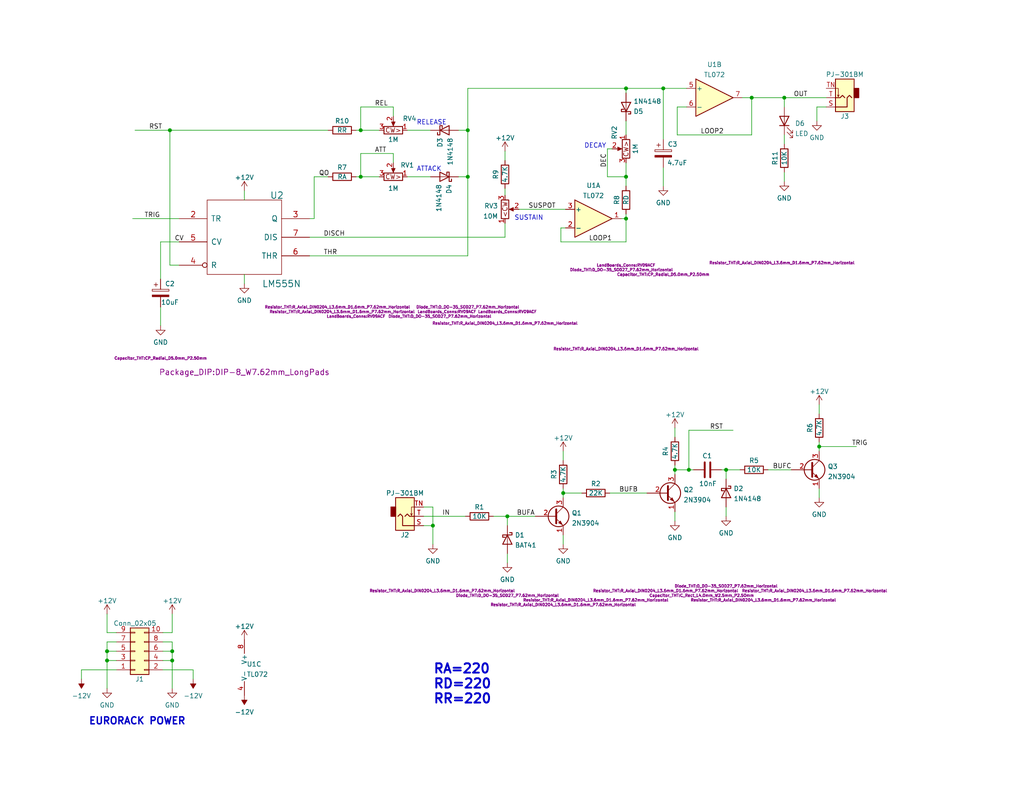
<source format=kicad_sch>
(kicad_sch (version 20211123) (generator eeschema)
  (paper "A")
  (title_block (date "2022-11-03") (rev "1") (comment 1 "The Fastest Envelope in the West") (comment 2 "https://www.schmitzbits.de/adsr.html"))
  (lib_symbols
    (symbol "Amplifier_Operational:TL072" (pin_names (offset 0.127))
      (property "Reference" "U" (at 0 5.08 0))
      (property "Value" "TL072" (at 0 -5.08 0))
      (symbol "TL072_1_1"
        (polyline (pts (xy -5.08 5.08) (xy 5.08 0) (xy -5.08 -5.08) (xy -5.08 5.08)) (stroke (width 0.254)) (fill (type background)))
        (pin output line (at 7.62 0 180) (length 2.54) (name "~") (number "1"))
        (pin input line (at -7.62 -2.54 0) (length 2.54) (name "-") (number "2"))
        (pin input line (at -7.62 2.54 0) (length 2.54) (name "+") (number "3"))
      )
      (symbol "TL072_2_1"
        (polyline (pts (xy -5.08 5.08) (xy 5.08 0) (xy -5.08 -5.08) (xy -5.08 5.08)) (stroke (width 0.254)) (fill (type background)))
        (pin input line (at -7.62 2.54 0) (length 2.54) (name "+") (number "5"))
        (pin input line (at -7.62 -2.54 0) (length 2.54) (name "-") (number "6"))
        (pin output line (at 7.62 0 180) (length 2.54) (name "~") (number "7"))
      )
      (symbol "TL072_3_1"
        (pin power_in line (at -2.54 -7.62 90) (length 3.81) (name "V-") (number "4"))
        (pin power_in line (at -2.54 7.62 270) (length 3.81) (name "V+") (number "8"))
      )
    )
    (symbol "Connector:AudioJack2_SwitchT"
      (property "Reference" "J" (at 0 8.89 0))
      (property "Value" "AudioJack2_SwitchT" (at 0 6.35 0))
      (symbol "AudioJack2_SwitchT_0_1"
        (rectangle (start -2.54 0) (end -3.81 -2.54) (stroke (width 0.254)) (fill (type outline)))
        (polyline (pts (xy 1.778 -0.254) (xy 2.032 -0.762)))
        (polyline (pts (xy 0 0) (xy 0.635 -0.635) (xy 1.27 0) (xy 2.54 0)) (stroke (width 0.254)))
        (polyline (pts (xy 2.54 -2.54) (xy 1.778 -2.54) (xy 1.778 -0.254) (xy 1.524 -0.762)))
        (polyline (pts (xy 2.54 2.54) (xy -0.635 2.54) (xy -0.635 0) (xy -1.27 -0.635) (xy -1.905 0)) (stroke (width 0.254)))
        (rectangle (start 2.54 3.81) (end -2.54 -5.08) (stroke (width 0.254)) (fill (type background)))
      )
      (symbol "AudioJack2_SwitchT_1_1"
        (pin passive line (at 5.08 2.54 180) (length 2.54) (name "~") (number "S"))
        (pin passive line (at 5.08 0 180) (length 2.54) (name "~") (number "T"))
        (pin passive line (at 5.08 -2.54 180) (length 2.54) (name "~") (number "TN"))
      )
    )
    (symbol "Connector_Generic:Conn_02x05_Odd_Even" (pin_names (offset 1.016) hide)
      (property "Reference" "J" (at 1.27 7.62 0))
      (property "Value" "Conn_02x05_Odd_Even" (at 1.27 -7.62 0))
      (symbol "Conn_02x05_Odd_Even_1_1"
        (rectangle (start -1.27 -4.953) (end 0 -5.207) (stroke (width 0.1524)))
        (rectangle (start -1.27 -2.413) (end 0 -2.667) (stroke (width 0.1524)))
        (rectangle (start -1.27 0.127) (end 0 -0.127) (stroke (width 0.1524)))
        (rectangle (start -1.27 2.667) (end 0 2.413) (stroke (width 0.1524)))
        (rectangle (start -1.27 5.207) (end 0 4.953) (stroke (width 0.1524)))
        (rectangle (start -1.27 6.35) (end 3.81 -6.35) (stroke (width 0.254)) (fill (type background)))
        (rectangle (start 3.81 -4.953) (end 2.54 -5.207) (stroke (width 0.1524)))
        (rectangle (start 3.81 -2.413) (end 2.54 -2.667) (stroke (width 0.1524)))
        (rectangle (start 3.81 0.127) (end 2.54 -0.127) (stroke (width 0.1524)))
        (rectangle (start 3.81 2.667) (end 2.54 2.413) (stroke (width 0.1524)))
        (rectangle (start 3.81 5.207) (end 2.54 4.953) (stroke (width 0.1524)))
        (pin passive line (at -5.08 5.08 0) (length 3.81) (name "Pin_1") (number "1"))
        (pin passive line (at 7.62 -5.08 180) (length 3.81) (name "Pin_10") (number "10"))
        (pin passive line (at 7.62 5.08 180) (length 3.81) (name "Pin_2") (number "2"))
        (pin passive line (at -5.08 2.54 0) (length 3.81) (name "Pin_3") (number "3"))
        (pin passive line (at 7.62 2.54 180) (length 3.81) (name "Pin_4") (number "4"))
        (pin passive line (at -5.08 0 0) (length 3.81) (name "Pin_5") (number "5"))
        (pin passive line (at 7.62 0 180) (length 3.81) (name "Pin_6") (number "6"))
        (pin passive line (at -5.08 -2.54 0) (length 3.81) (name "Pin_7") (number "7"))
        (pin passive line (at 7.62 -2.54 180) (length 3.81) (name "Pin_8") (number "8"))
        (pin passive line (at -5.08 -5.08 0) (length 3.81) (name "Pin_9") (number "9"))
      )
    )
    (symbol "Device:C" (pin_numbers hide) (pin_names (offset 0.254))
      (property "Reference" "C" (at 0.635 2.54 0))
      (property "Value" "C" (at 0.635 -2.54 0))
      (symbol "C_0_1"
        (polyline (pts (xy -2.032 -0.762) (xy 2.032 -0.762)) (stroke (width 0.508)))
        (polyline (pts (xy -2.032 0.762) (xy 2.032 0.762)) (stroke (width 0.508)))
      )
      (symbol "C_1_1"
        (pin passive line (at 0 3.81 270) (length 2.794) (name "~") (number "1"))
        (pin passive line (at 0 -3.81 90) (length 2.794) (name "~") (number "2"))
      )
    )
    (symbol "Device:C_Polarized" (pin_numbers hide) (pin_names (offset 0.254))
      (property "Reference" "C" (at 0.635 2.54 0))
      (property "Value" "C_Polarized" (at 0.635 -2.54 0))
      (symbol "C_Polarized_0_1"
        (rectangle (start -2.286 0.508) (end 2.286 1.016))
        (polyline (pts (xy -1.778 2.286) (xy -0.762 2.286)))
        (polyline (pts (xy -1.27 2.794) (xy -1.27 1.778)))
        (rectangle (start 2.286 -0.508) (end -2.286 -1.016) (fill (type outline)))
      )
      (symbol "C_Polarized_1_1"
        (pin passive line (at 0 3.81 270) (length 2.794) (name "~") (number "1"))
        (pin passive line (at 0 -3.81 90) (length 2.794) (name "~") (number "2"))
      )
    )
    (symbol "Device:D_Schottky" (pin_numbers hide) (pin_names (offset 1.016) hide)
      (property "Reference" "D" (at 0 2.54 0))
      (property "Value" "D_Schottky" (at 0 -2.54 0))
      (symbol "D_Schottky_0_1"
        (polyline (pts (xy 1.27 0) (xy -1.27 0)))
        (polyline (pts (xy 1.27 1.27) (xy 1.27 -1.27) (xy -1.27 0) (xy 1.27 1.27)) (stroke (width 0.254)))
        (polyline (pts (xy -1.905 0.635) (xy -1.905 1.27) (xy -1.27 1.27) (xy -1.27 -1.27) (xy -0.635 -1.27) (xy -0.635 -0.635)) (stroke (width 0.254)))
      )
      (symbol "D_Schottky_1_1"
        (pin passive line (at -3.81 0 0) (length 2.54) (name "K") (number "1"))
        (pin passive line (at 3.81 0 180) (length 2.54) (name "A") (number "2"))
      )
    )
    (symbol "Device:LED" (pin_numbers hide) (pin_names (offset 1.016) hide)
      (property "Reference" "D" (at 0 2.54 0))
      (property "Value" "LED" (at 0 -2.54 0))
      (symbol "LED_0_1"
        (polyline (pts (xy -1.27 -1.27) (xy -1.27 1.27)) (stroke (width 0.254)))
        (polyline (pts (xy -1.27 0) (xy 1.27 0)))
        (polyline (pts (xy 1.27 -1.27) (xy 1.27 1.27) (xy -1.27 0) (xy 1.27 -1.27)) (stroke (width 0.254)))
        (polyline (pts (xy -3.048 -0.762) (xy -4.572 -2.286) (xy -3.81 -2.286) (xy -4.572 -2.286) (xy -4.572 -1.524)))
        (polyline (pts (xy -1.778 -0.762) (xy -3.302 -2.286) (xy -2.54 -2.286) (xy -3.302 -2.286) (xy -3.302 -1.524)))
      )
      (symbol "LED_1_1"
        (pin passive line (at -3.81 0 0) (length 2.54) (name "K") (number "1"))
        (pin passive line (at 3.81 0 180) (length 2.54) (name "A") (number "2"))
      )
    )
    (symbol "Device:R" (pin_numbers hide) (pin_names (offset 0))
      (property "Reference" "R" (at 2.032 0 90))
      (property "Value" "R" (at 0 0 90))
      (symbol "R_0_1"
        (rectangle (start -1.016 -2.54) (end 1.016 2.54) (stroke (width 0.254)))
      )
      (symbol "R_1_1"
        (pin passive line (at 0 3.81 270) (length 1.27) (name "~") (number "1"))
        (pin passive line (at 0 -3.81 90) (length 1.27) (name "~") (number "2"))
      )
    )
    (symbol "LandBoards_Conns:R_Pot_CW" (pin_names (offset 1.016) hide)
      (property "Reference" "RV" (at -1.27 1.27 0))
      (property "Value" "R_Pot_CW" (at -1.27 -1.27 0))
      (symbol "R_Pot_CW_0_0"
        (text "CW>" (at 0 0 900) (effects (font (size 1.27 1.27))))
      )
      (symbol "R_Pot_CW_0_1"
        (polyline (pts (xy 2.54 0) (xy 1.524 0)))
        (polyline (pts (xy 1.143 0) (xy 2.286 0.508) (xy 2.286 -0.508) (xy 1.143 0)) (fill (type outline)))
        (rectangle (start 1.016 2.54) (end -1.016 -2.54) (stroke (width 0.254)))
      )
      (symbol "R_Pot_CW_1_1"
        (pin passive line (at 0 3.81 270) (length 1.27) (name "1") (number "1"))
        (pin passive line (at 3.81 0 180) (length 1.27) (name "2") (number "2"))
        (pin passive line (at 0 -3.81 90) (length 1.27) (name "3") (number "3"))
      )
    )
    (symbol "LandBoards_Conns:R_Pot_CW_PIN3UP" (pin_names (offset 1.016) hide)
      (property "Reference" "RV" (at -1.27 1.27 0))
      (property "Value" "R_Pot_CW_PIN3UP" (at -1.27 -1.27 0))
      (symbol "R_Pot_CW_PIN3UP_0_0"
        (text "<CW" (at 0 0 900) (effects (font (size 1.27 1.27))))
      )
      (symbol "R_Pot_CW_PIN3UP_0_1"
        (polyline (pts (xy 2.54 0) (xy 1.524 0)))
        (polyline (pts (xy 1.143 0) (xy 2.286 0.508) (xy 2.286 -0.508) (xy 1.143 0)) (fill (type outline)))
        (rectangle (start 1.016 2.54) (end -1.016 -2.54) (stroke (width 0.254)))
      )
      (symbol "R_Pot_CW_PIN3UP_1_1"
        (pin passive line (at 0 -3.81 90) (length 1.27) (name "1") (number "1"))
        (pin passive line (at 3.81 0 180) (length 1.27) (name "2") (number "2"))
        (pin passive line (at 0 3.81 270) (length 1.27) (name "3") (number "3"))
      )
    )
    (symbol "LandBoards_Semis:LM555N" (pin_names (offset 1.016))
      (property "Reference" "U" (at 0 2.54 0))
      (property "Value" "LM555N" (at 0 -2.54 0))
      (symbol "LM555N_0_0"
        (pin power_in line (at 0 -10.16 90) (length 0) hide (name "GND") (number "1"))
        (pin power_in line (at 0 10.16 270) (length 0) hide (name "VCC") (number "8"))
      )
      (symbol "LM555N_0_1"
        (rectangle (start -10.16 -10.16) (end 10.16 10.16))
      )
      (symbol "LM555N_1_1"
        (pin input line (at -17.78 5.08 0) (length 7.62) (name "TR") (number "2"))
        (pin output line (at 17.78 5.08 180) (length 7.62) (name "Q") (number "3"))
        (pin input inverted (at -17.78 -7.62 0) (length 7.62) (name "R") (number "4"))
        (pin input line (at -17.78 -1.27 0) (length 7.62) (name "CV") (number "5"))
        (pin input line (at 17.78 -5.08 180) (length 7.62) (name "THR") (number "6"))
        (pin input line (at 17.78 0 180) (length 7.62) (name "DIS") (number "7"))
      )
    )
    (symbol "Transistor_BJT:2N3904" (pin_names (offset 0) hide)
      (property "Reference" "Q" (at 5.08 1.905 0))
      (property "Value" "2N3904" (at 5.08 0 0))
      (symbol "2N3904_0_1"
        (polyline (pts (xy 0.635 0.635) (xy 2.54 2.54)))
        (polyline (pts (xy 0.635 -0.635) (xy 2.54 -2.54) (xy 2.54 -2.54)))
        (polyline (pts (xy 0.635 1.905) (xy 0.635 -1.905) (xy 0.635 -1.905)) (stroke (width 0.508)))
        (polyline (pts (xy 1.27 -1.778) (xy 1.778 -1.27) (xy 2.286 -2.286) (xy 1.27 -1.778) (xy 1.27 -1.778)) (fill (type outline)))
        (circle (center 1.27 0) (radius 2.8194) (stroke (width 0.254)))
      )
      (symbol "2N3904_1_1"
        (pin passive line (at 2.54 -5.08 90) (length 2.54) (name "E") (number "1"))
        (pin passive line (at -5.08 0 0) (length 5.715) (name "B") (number "2"))
        (pin passive line (at 2.54 5.08 270) (length 2.54) (name "C") (number "3"))
      )
    )
    (symbol "power:+12V" (power) (pin_names (offset 0))
      (property "Value" "+12V" (at 0 3.556 0))
      (symbol "+12V_0_1"
        (polyline (pts (xy -0.762 1.27) (xy 0 2.54)))
        (polyline (pts (xy 0 0) (xy 0 2.54)))
        (polyline (pts (xy 0 2.54) (xy 0.762 1.27)))
      )
      (symbol "+12V_1_1"
        (pin power_in line (at 0 0 90) (length 0) hide (name "+12V") (number "1"))
      )
    )
    (symbol "power:-12V" (power) (pin_names (offset 0))
      (property "Value" "-12V" (at 0 3.81 0))
      (symbol "-12V_0_0"
        (pin power_in line (at 0 0 90) (length 0) hide (name "-12V") (number "1"))
      )
      (symbol "-12V_0_1"
        (polyline (pts (xy 0 0) (xy 0 1.27) (xy 0.762 1.27) (xy 0 2.54) (xy -0.762 1.27) (xy 0 1.27)) (fill (type outline)))
      )
    )
    (symbol "power:GND" (power) (pin_names (offset 0))
      (property "Value" "GND" (at 0 -3.81 0))
      (symbol "GND_0_1"
        (polyline (pts (xy 0 0) (xy 0 -1.27) (xy 1.27 -1.27) (xy 0 -2.54) (xy -1.27 -1.27) (xy 0 -1.27)))
      )
      (symbol "GND_1_1"
        (pin power_in line (at 0 0 270) (length 0) hide (name "GND") (number "1"))
      )
    )
  )
  (junction (at 170.815 24.13))
  (junction (at 127.635 35.56))
  (junction (at 98.425 35.56))
  (junction (at 170.815 59.69))
  (junction (at 46.355 35.56))
  (junction (at 170.815 48.26))
  (junction (at 198.12 128.27))
  (junction (at 46.99 180.34))
  (junction (at 118.11 143.51))
  (junction (at 98.425 48.26))
  (junction (at 127.635 48.26))
  (junction (at 138.43 140.97))
  (junction (at 184.15 128.27))
  (junction (at 187.96 128.27))
  (junction (at 29.21 180.34))
  (junction (at 223.52 121.92))
  (junction (at 46.99 177.8))
  (junction (at 213.995 26.67))
  (junction (at 153.67 134.62))
  (junction (at 180.975 24.13))
  (junction (at 29.21 177.8))
  (junction (at 205.105 26.67))
  (wire (pts (xy 29.21 180.34) (xy 31.75 180.34)))
  (wire (pts (xy 165.735 40.64) (xy 167.005 40.64)))
  (wire (pts (xy 29.21 177.8) (xy 31.75 177.8)))
  (wire (pts (xy 98.425 35.56) (xy 98.425 29.21)))
  (wire (pts (xy 44.45 182.88) (xy 52.705 182.88)))
  (wire (pts (xy 29.21 175.26) (xy 29.21 177.8)))
  (wire (pts (xy 31.75 175.26) (xy 29.21 175.26)))
  (wire (pts (xy 125.095 35.56) (xy 127.635 35.56)))
  (wire (pts (xy 170.815 48.26) (xy 165.735 48.26)))
  (wire (pts (xy 84.455 59.69) (xy 85.725 59.69)))
  (wire (pts (xy 225.425 29.21) (xy 222.885 29.21)))
  (wire (pts (xy 170.815 66.04) (xy 170.815 59.69)))
  (wire (pts (xy 66.675 52.07) (xy 66.675 54.61)))
  (wire (pts (xy 107.315 29.21) (xy 107.315 31.75)))
  (wire (pts (xy 198.12 128.27) (xy 198.12 130.81)))
  (wire (pts (xy 154.305 62.23) (xy 153.035 62.23)))
  (wire (pts (xy 184.15 116.84) (xy 184.15 119.38)))
  (wire (pts (xy 137.795 41.275) (xy 137.795 43.815)))
  (wire (pts (xy 111.125 48.26) (xy 117.475 48.26)))
  (wire (pts (xy 127.635 35.56) (xy 127.635 48.26)))
  (wire (pts (xy 213.995 26.67) (xy 225.425 26.67)))
  (wire (pts (xy 127.635 48.26) (xy 125.095 48.26)))
  (wire (pts (xy 180.975 45.72) (xy 180.975 50.8)))
  (wire (pts (xy 223.52 110.49) (xy 223.52 113.03)))
  (wire (pts (xy 138.43 151.13) (xy 138.43 153.67)))
  (wire (pts (xy 170.815 24.13) (xy 127.635 24.13)))
  (wire (pts (xy 107.315 41.91) (xy 107.315 44.45)))
  (wire (pts (xy 223.52 120.65) (xy 223.52 121.92)))
  (wire (pts (xy 153.67 134.62) (xy 158.75 134.62)))
  (wire (pts (xy 46.99 177.8) (xy 46.99 180.34)))
  (wire (pts (xy 198.12 128.27) (xy 201.93 128.27)))
  (wire (pts (xy 36.195 59.69) (xy 48.895 59.69)))
  (wire (pts (xy 118.11 138.43) (xy 118.11 143.51)))
  (wire (pts (xy 223.52 121.92) (xy 223.52 123.19)))
  (wire (pts (xy 176.53 134.62) (xy 166.37 134.62)))
  (wire (pts (xy 43.815 76.2) (xy 43.815 66.04)))
  (wire (pts (xy 98.425 48.26) (xy 98.425 41.91)))
  (wire (pts (xy 98.425 35.56) (xy 103.505 35.56)))
  (wire (pts (xy 180.975 24.13) (xy 170.815 24.13)))
  (wire (pts (xy 98.425 29.21) (xy 107.315 29.21)))
  (wire (pts (xy 46.99 167.64) (xy 46.99 172.72)))
  (wire (pts (xy 98.425 41.91) (xy 107.315 41.91)))
  (wire (pts (xy 134.62 140.97) (xy 138.43 140.97)))
  (wire (pts (xy 84.455 69.85) (xy 127.635 69.85)))
  (wire (pts (xy 187.325 29.21) (xy 184.785 29.21)))
  (wire (pts (xy 184.785 36.83) (xy 205.105 36.83)))
  (wire (pts (xy 85.725 59.69) (xy 85.725 48.26)))
  (wire (pts (xy 22.225 182.88) (xy 22.225 185.42)))
  (wire (pts (xy 153.67 134.62) (xy 153.67 135.89)))
  (wire (pts (xy 98.425 48.26) (xy 97.155 48.26)))
  (wire (pts (xy 31.75 182.88) (xy 22.225 182.88)))
  (wire (pts (xy 196.85 128.27) (xy 198.12 128.27)))
  (wire (pts (xy 127.635 48.26) (xy 127.635 69.85)))
  (wire (pts (xy 84.455 64.77) (xy 137.795 64.77)))
  (wire (pts (xy 184.785 29.21) (xy 184.785 36.83)))
  (wire (pts (xy 138.43 140.97) (xy 138.43 143.51)))
  (wire (pts (xy 198.12 138.43) (xy 198.12 140.97)))
  (wire (pts (xy 205.105 26.67) (xy 213.995 26.67)))
  (wire (pts (xy 205.105 36.83) (xy 205.105 26.67)))
  (wire (pts (xy 137.795 60.96) (xy 137.795 64.77)))
  (wire (pts (xy 187.96 128.27) (xy 189.23 128.27)))
  (wire (pts (xy 115.57 140.97) (xy 127 140.97)))
  (wire (pts (xy 154.305 57.15) (xy 141.605 57.15)))
  (wire (pts (xy 205.105 26.67) (xy 202.565 26.67)))
  (wire (pts (xy 98.425 35.56) (xy 97.155 35.56)))
  (wire (pts (xy 66.675 74.93) (xy 66.675 77.47)))
  (wire (pts (xy 184.15 127) (xy 184.15 128.27)))
  (wire (pts (xy 222.885 29.21) (xy 222.885 33.02)))
  (wire (pts (xy 46.99 180.34) (xy 46.99 187.96)))
  (wire (pts (xy 187.96 117.475) (xy 200.025 117.475)))
  (wire (pts (xy 29.21 177.8) (xy 29.21 180.34)))
  (wire (pts (xy 170.815 44.45) (xy 170.815 48.26)))
  (wire (pts (xy 170.815 48.26) (xy 170.815 50.8)))
  (wire (pts (xy 170.815 58.42) (xy 170.815 59.69)))
  (wire (pts (xy 153.035 62.23) (xy 153.035 66.04)))
  (wire (pts (xy 118.11 143.51) (xy 118.11 148.59)))
  (wire (pts (xy 153.67 123.19) (xy 153.67 125.73)))
  (wire (pts (xy 153.67 133.35) (xy 153.67 134.62)))
  (wire (pts (xy 52.705 182.88) (xy 52.705 185.42)))
  (wire (pts (xy 46.355 35.56) (xy 46.355 72.39)))
  (wire (pts (xy 36.83 35.56) (xy 46.355 35.56)))
  (wire (pts (xy 187.325 24.13) (xy 180.975 24.13)))
  (wire (pts (xy 138.43 140.97) (xy 146.05 140.97)))
  (wire (pts (xy 85.725 48.26) (xy 89.535 48.26)))
  (wire (pts (xy 29.21 180.34) (xy 29.21 187.96)))
  (wire (pts (xy 29.21 167.64) (xy 29.21 172.72)))
  (wire (pts (xy 118.11 143.51) (xy 115.57 143.51)))
  (wire (pts (xy 44.45 177.8) (xy 46.99 177.8)))
  (wire (pts (xy 137.795 51.435) (xy 137.795 53.34)))
  (wire (pts (xy 44.45 180.34) (xy 46.99 180.34)))
  (wire (pts (xy 115.57 138.43) (xy 118.11 138.43)))
  (wire (pts (xy 43.815 83.82) (xy 43.815 88.9)))
  (wire (pts (xy 180.975 24.13) (xy 180.975 38.1)))
  (wire (pts (xy 170.815 59.69) (xy 169.545 59.69)))
  (wire (pts (xy 213.995 46.99) (xy 213.995 49.53)))
  (wire (pts (xy 184.15 128.27) (xy 187.96 128.27)))
  (wire (pts (xy 213.995 26.67) (xy 213.995 29.21)))
  (wire (pts (xy 165.735 48.26) (xy 165.735 40.64)))
  (wire (pts (xy 153.67 146.05) (xy 153.67 148.59)))
  (wire (pts (xy 31.75 172.72) (xy 29.21 172.72)))
  (wire (pts (xy 46.355 35.56) (xy 89.535 35.56)))
  (wire (pts (xy 213.995 39.37) (xy 213.995 36.83)))
  (wire (pts (xy 233.68 121.92) (xy 223.52 121.92)))
  (wire (pts (xy 44.45 172.72) (xy 46.99 172.72)))
  (wire (pts (xy 170.815 24.13) (xy 170.815 25.4)))
  (wire (pts (xy 111.125 35.56) (xy 117.475 35.56)))
  (wire (pts (xy 215.9 128.27) (xy 209.55 128.27)))
  (wire (pts (xy 98.425 48.26) (xy 103.505 48.26)))
  (wire (pts (xy 46.355 72.39) (xy 48.895 72.39)))
  (wire (pts (xy 187.96 128.27) (xy 187.96 117.475)))
  (wire (pts (xy 170.815 33.02) (xy 170.815 36.83)))
  (wire (pts (xy 43.815 66.04) (xy 48.895 66.04)))
  (wire (pts (xy 44.45 175.26) (xy 46.99 175.26)))
  (wire (pts (xy 223.52 133.35) (xy 223.52 135.89)))
  (wire (pts (xy 46.99 175.26) (xy 46.99 177.8)))
  (wire (pts (xy 184.15 139.7) (xy 184.15 142.24)))
  (wire (pts (xy 184.15 128.27) (xy 184.15 129.54)))
  (wire (pts (xy 127.635 24.13) (xy 127.635 35.56)))
  (wire (pts (xy 153.035 66.04) (xy 170.815 66.04)))
  (text "DECAY" (at 159.385 40.64 0) (effects (font (size 1.27 1.27)) (justify left bottom)))
  (text "EURORACK POWER" (at 24.13 198.12 0) (effects (font (size 1.905 1.905) (thickness 0.381) bold) (justify left bottom)))
  (text "RA=220\nRD=220\nRR=220" (at 118.11 192.405 0) (effects (font (size 2.54 2.54) (thickness 0.508) bold) (justify left bottom)))
  (text "ATTACK" (at 113.665 46.99 0) (effects (font (size 1.27 1.27)) (justify left bottom)))
  (text "RELEASE" (at 113.665 34.29 0) (effects (font (size 1.27 1.27)) (justify left bottom)))
  (text "SUSTAIN" (at 140.335 60.325 0) (effects (font (size 1.27 1.27)) (justify left bottom)))
  (label "BUFB" (at 168.91 134.62 0))
  (label "LOOP1" (at 160.655 66.04 0))
  (label "LOOP2" (at 191.135 36.83 0))
  (label "BUFC" (at 210.82 128.27 0))
  (label "OUT" (at 216.535 26.67 0))
  (label "THR" (at 88.265 69.85 0))
  (label "QO" (at 86.995 48.26 0))
  (label "CV" (at 47.625 66.04 0))
  (label "REL" (at 102.235 29.21 0))
  (label "TRIG" (at 39.37 59.69 0))
  (label "SUSPOT" (at 144.145 57.15 0))
  (label "TRIG" (at 232.41 121.92 0))
  (label "BUFA" (at 140.97 140.97 0))
  (label "RST" (at 40.64 35.56 0))
  (label "DISCH" (at 88.265 64.77 0))
  (label "DEC" (at 165.735 45.72 90))
  (label "IN" (at 120.65 140.97 0))
  (label "ATT" (at 102.235 41.91 0))
  (label "RST" (at 193.675 117.475 0))
  (symbol (lib_id "power:+12V") (at 153.67 123.19 0) (unit 1)
    (property "Reference" "#PWR0110" (effects hide))
    (property "Value" "+12V" (at 153.67 119.5855 0))
  )
  (symbol (lib_id "power:GND") (at 43.815 88.9 0) (unit 1)
    (property "Reference" "#PWR0115" (effects hide))
    (property "Value" "GND" (at 43.815 93.4625 0))
  )
  (symbol (lib_id "power:+12V") (at 223.52 110.49 0) (unit 1)
    (property "Reference" "#PWR0113" (effects hide))
    (property "Value" "+12V" (at 223.52 106.8855 0))
  )
  (symbol (lib_id "power:GND") (at 153.67 148.59 0) (unit 1)
    (property "Reference" "#PWR0111" (effects hide))
    (property "Value" "GND" (at 153.67 153.1525 0))
  )
  (symbol (lib_id "power:-12V") (at 22.225 185.42 180) (unit 1)
    (property "Reference" "#PWR0105" (effects hide))
    (property "Value" "-12V" (at 22.225 189.9825 0))
  )
  (symbol (lib_id "Device:LED") (at 213.995 33.02 90) (unit 1)
    (property "Reference" "D6" (at 216.916 33.699 90) (effects (justify right)))
    (property "Value" "LED" (at 216.916 36.4741 90) (effects (justify right)))
    (property "Footprint" "LED_THT:LED_D5.0mm" (effects hide))
  )
  (symbol (lib_id "Device:R") (at 93.345 48.26 90) (unit 1)
    (property "Reference" "R7" (at 93.345 45.72 90))
    (property "Value" "RA" (at 93.345 48.26 90))
    (property "Footprint" "Resistor_THT:R_Axial_DIN0204_L3.6mm_D1.6mm_P7.62mm_Horizontal" (at 93.345 85.09 90) (effects (font (size 0.762 0.762))))
  )
  (symbol (lib_id "Transistor_BJT:2N3904") (at 220.98 128.27 0) (unit 1)
    (property "Reference" "Q3" (at 225.8313 127.3615 0) (effects (justify left)))
    (property "Value" "2N3904" (at 225.8313 130.1366 0) (effects (justify left)))
    (property "Footprint" "Package_TO_SOT_THT:TO-92_Inline" (effects hide))
    (property "Datasheet" "https://www.onsemi.com/pub/Collateral/2N3903-D.PDF" (effects hide))
  )
  (symbol (lib_id "power:GND") (at 180.975 50.8 0) (unit 1)
    (property "Reference" "#PWR0117" (effects hide))
    (property "Value" "GND" (at 180.975 55.3625 0))
  )
  (symbol (lib_id "Transistor_BJT:2N3904") (at 151.13 140.97 0) (unit 1)
    (property "Reference" "Q1" (at 155.9813 140.0615 0) (effects (justify left)))
    (property "Value" "2N3904" (at 155.9813 142.8366 0) (effects (justify left)))
    (property "Footprint" "Package_TO_SOT_THT:TO-92_Inline" (effects hide))
    (property "Datasheet" "https://www.onsemi.com/pub/Collateral/2N3903-D.PDF" (effects hide))
  )
  (symbol (lib_id "Device:R") (at 93.345 35.56 90) (unit 1)
    (property "Reference" "R10" (at 93.345 33.02 90))
    (property "Value" "RR" (at 93.345 35.56 90))
    (property "Footprint" "Resistor_THT:R_Axial_DIN0204_L3.6mm_D1.6mm_P7.62mm_Horizontal" (at 92.075 83.82 90) (effects (font (size 0.762 0.762))))
  )
  (symbol (lib_id "Device:R") (at 205.74 128.27 90) (unit 1)
    (property "Reference" "R5" (at 205.74 125.73 90))
    (property "Value" "10K" (at 205.74 128.27 90))
    (property "Footprint" "Resistor_THT:R_Axial_DIN0204_L3.6mm_D1.6mm_P7.62mm_Horizontal" (at 208.28 163.83 90) (effects (font (size 0.762 0.762))))
  )
  (symbol (lib_id "power:+12V") (at 29.21 167.64 0) (unit 1)
    (property "Reference" "#PWR0101" (effects hide))
    (property "Value" "+12V" (at 29.21 164.0355 0))
  )
  (symbol (lib_id "Device:D_Schottky") (at 138.43 147.32 270) (unit 1)
    (property "Reference" "D1" (at 140.462 146.094 90) (effects (justify left)))
    (property "Value" "BAT41" (at 140.462 148.8691 90) (effects (justify left)))
    (property "Footprint" "Diode_THT:D_DO-35_SOD27_P7.62mm_Horizontal" (at 138.43 162.56 90) (effects (font (size 0.762 0.762))))
  )
  (symbol (lib_id "power:+12V") (at 46.99 167.64 0) (unit 1)
    (property "Reference" "#PWR0106" (effects hide))
    (property "Value" "+12V" (at 46.99 164.0355 0))
  )
  (symbol (lib_id "Amplifier_Operational:TL072") (at 69.215 182.245 0) (unit 3)
    (property "Reference" "U1" (at 67.31 181.3365 0) (effects (justify left)))
    (property "Value" "TL072" (at 67.31 184.1116 0) (effects (justify left)))
    (property "Footprint" "Package_DIP:DIP-8_W7.62mm" (effects hide))
    (property "Datasheet" "https://store.synthrotek.com/TL072P-Op-Amp_p_418.html" (effects hide))
  )
  (symbol (lib_id "Device:R") (at 223.52 116.84 180) (unit 1)
    (property "Reference" "R6" (at 220.98 116.84 90))
    (property "Value" "4.7K" (at 223.52 116.84 90))
    (property "Footprint" "Resistor_THT:R_Axial_DIN0204_L3.6mm_D1.6mm_P7.62mm_Horizontal" (at 222.25 161.29 0) (effects (font (size 0.762 0.762))))
  )
  (symbol (lib_id "power:GND") (at 118.11 148.59 0) (unit 1)
    (property "Reference" "#PWR0107" (effects hide))
    (property "Value" "GND" (at 118.11 153.1525 0))
  )
  (symbol (lib_id "Device:C_Polarized") (at 180.975 41.91 0) (unit 1)
    (property "Reference" "C3" (at 183.515 39.37 0))
    (property "Value" "4.7uF" (at 184.785 44.45 0))
    (property "Footprint" "Capacitor_THT:CP_Radial_D5.0mm_P2.50mm" (at 180.975 74.93 0) (effects (font (size 0.762 0.762))))
  )
  (symbol (lib_id "power:+12V") (at 137.795 41.275 0) (unit 1)
    (property "Reference" "#PWR0122" (effects hide))
    (property "Value" "+12V" (at 137.795 37.6705 0))
  )
  (symbol (lib_id "power:+12V") (at 66.675 52.07 0) (unit 1)
    (property "Reference" "#PWR0121" (effects hide))
    (property "Value" "+12V" (at 66.675 48.4655 0))
  )
  (symbol (lib_id "Device:R") (at 184.15 123.19 180) (unit 1)
    (property "Reference" "R4" (at 181.61 123.19 90))
    (property "Value" "4.7K" (at 184.15 123.19 90))
    (property "Footprint" "Resistor_THT:R_Axial_DIN0204_L3.6mm_D1.6mm_P7.62mm_Horizontal" (at 181.61 161.29 0) (effects (font (size 0.762 0.762))))
  )
  (symbol (lib_id "Device:R") (at 170.815 54.61 180) (unit 1)
    (property "Reference" "R8" (at 168.275 54.61 90))
    (property "Value" "RD" (at 170.815 54.61 90))
    (property "Footprint" "Resistor_THT:R_Axial_DIN0204_L3.6mm_D1.6mm_P7.62mm_Horizontal" (at 170.815 95.25 0) (effects (font (size 0.762 0.762))))
  )
  (symbol (lib_id "power:GND") (at 222.885 33.02 0) (unit 1)
    (property "Reference" "#PWR0118" (effects hide))
    (property "Value" "GND" (at 222.885 37.5825 0))
  )
  (symbol (lib_id "Device:D_Schottky") (at 121.285 48.26 180) (unit 1)
    (property "Reference" "D4" (at 122.511 50.292 90) (effects (justify left)))
    (property "Value" "1N4148" (at 119.7359 50.292 90) (effects (justify left)))
    (property "Footprint" "Diode_THT:D_DO-35_SOD27_P7.62mm_Horizontal" (at 120.015 86.36 0) (effects (font (size 0.762 0.762))))
  )
  (symbol (lib_id "power:GND") (at 223.52 135.89 0) (unit 1)
    (property "Reference" "#PWR0116" (effects hide))
    (property "Value" "GND" (at 223.52 140.4525 0))
  )
  (symbol (lib_id "power:GND") (at 138.43 153.67 0) (unit 1)
    (property "Reference" "#PWR0108" (effects hide))
    (property "Value" "GND" (at 138.43 158.2325 0))
  )
  (symbol (lib_id "Device:C") (at 193.04 128.27 90) (unit 1)
    (property "Reference" "C1" (at 194.31 124.46 90) (effects (justify left)))
    (property "Value" "10nF" (at 195.58 132.08 90) (effects (justify left)))
    (property "Footprint" "Capacitor_THT:C_Rect_L4.0mm_W2.5mm_P2.50mm" (at 205.74 162.56 90) (effects (font (size 0.762 0.762)) (justify left)))
  )
  (symbol (lib_id "LandBoards_Conns:R_Pot_CW") (at 107.315 48.26 270) (mirror x) (unit 1)
    (property "Reference" "RV1" (at 111.125 45.085 90))
    (property "Value" "1M" (at 107.315 51.435 90))
    (property "Footprint" "LandBoards_Conns:RV09ACF" (at 97.155 86.36 90) (effects (font (size 0.762 0.762))))
  )
  (symbol (lib_id "Device:D_Schottky") (at 121.285 35.56 0) (mirror x) (unit 1)
    (property "Reference" "D3" (at 120.059 37.592 90) (effects (justify left)))
    (property "Value" "1N4148" (at 122.8341 37.592 90) (effects (justify left)))
    (property "Footprint" "Diode_THT:D_DO-35_SOD27_P7.62mm_Horizontal" (at 127.635 83.82 0) (effects (font (size 0.762 0.762))))
  )
  (symbol (lib_id "Device:R") (at 162.56 134.62 90) (unit 1)
    (property "Reference" "R2" (at 162.56 132.08 90))
    (property "Value" "22K" (at 162.56 134.62 90))
    (property "Footprint" "Resistor_THT:R_Axial_DIN0204_L3.6mm_D1.6mm_P7.62mm_Horizontal" (at 162.56 163.83 90) (effects (font (size 0.762 0.762))))
  )
  (symbol (lib_id "LandBoards_Semis:LM555N") (at 66.675 64.77 0) (unit 1)
    (property "Reference" "U2" (at 75.565 53.34 0) (effects (font (size 1.778 1.778))))
    (property "Value" "LM555N" (at 76.835 77.47 0) (effects (font (size 1.778 1.778))))
    (property "Footprint" "Package_DIP:DIP-8_W7.62mm_LongPads" (at 66.675 101.6 0) (effects (font (size 1.524 1.524))))
  )
  (symbol (lib_id "Transistor_BJT:2N3904") (at 181.61 134.62 0) (unit 1)
    (property "Reference" "Q2" (at 186.4613 133.7115 0) (effects (justify left)))
    (property "Value" "2N3904" (at 186.4613 136.4866 0) (effects (justify left)))
    (property "Footprint" "Package_TO_SOT_THT:TO-92_Inline" (effects hide))
    (property "Datasheet" "https://www.onsemi.com/pub/Collateral/2N3903-D.PDF" (effects hide))
  )
  (symbol (lib_id "Amplifier_Operational:TL072") (at 161.925 59.69 0) (unit 1)
    (property "Reference" "U1" (at 161.925 50.6435 0))
    (property "Value" "TL072" (at 161.925 53.4186 0))
    (property "Footprint" "Package_DIP:DIP-8_W7.62mm" (effects hide))
    (property "Datasheet" "https://store.synthrotek.com/TL072P-Op-Amp_p_418.html" (effects hide))
  )
  (symbol (lib_id "power:GND") (at 46.99 187.96 0) (unit 1)
    (property "Reference" "#PWR0103" (effects hide))
    (property "Value" "GND" (at 46.99 192.5225 0))
  )
  (symbol (lib_id "Connector:AudioJack2_SwitchT") (at 230.505 26.67 180) (unit 1)
    (property "Reference" "J3" (at 230.505 31.75 0))
    (property "Value" "PJ-301BM" (at 230.505 20.32 0))
    (property "Footprint" "AudioJacks:Jack_3.5mm_QingPu_WQP-PJ301BM_Vertical" (effects hide))
    (property "Datasheet" "https://www.taydaelectronics.com/pj-301bm-3-5-mm-mono-phone-jack.html" (effects hide))
  )
  (symbol (lib_id "power:-12V") (at 66.675 189.865 180) (unit 1)
    (property "Reference" "#PWR0124" (effects hide))
    (property "Value" "-12V" (at 66.675 194.4275 0))
  )
  (symbol (lib_id "LandBoards_Conns:R_Pot_CW") (at 170.815 40.64 0) (mirror y) (unit 1)
    (property "Reference" "RV2" (at 167.64 36.195 90))
    (property "Value" "1M" (at 173.355 40.64 90))
    (property "Footprint" "LandBoards_Conns:RV09ACF" (at 170.815 72.39 0) (effects (font (size 0.762 0.762))))
  )
  (symbol (lib_id "Device:R") (at 137.795 47.625 180) (unit 1)
    (property "Reference" "R9" (at 135.255 47.625 90))
    (property "Value" "4.7K" (at 137.795 47.625 90))
    (property "Footprint" "Resistor_THT:R_Axial_DIN0204_L3.6mm_D1.6mm_P7.62mm_Horizontal" (at 137.795 88.265 0) (effects (font (size 0.762 0.762))))
  )
  (symbol (lib_id "power:GND") (at 66.675 77.47 0) (unit 1)
    (property "Reference" "#PWR0120" (effects hide))
    (property "Value" "GND" (at 66.675 82.0325 0))
  )
  (symbol (lib_id "LandBoards_Conns:R_Pot_CW_PIN3UP") (at 137.795 57.15 0) (unit 1)
    (property "Reference" "RV3" (at 135.8995 56.2415 0) (effects (justify right)))
    (property "Value" "10M" (at 135.8995 59.0166 0) (effects (justify right)))
    (property "Footprint" "LandBoards_Conns:RV09ACF" (at 138.43 85.09 0) (effects (font (size 0.762 0.762))))
  )
  (symbol (lib_id "Device:R") (at 130.81 140.97 90) (unit 1)
    (property "Reference" "R1" (at 130.81 138.43 90))
    (property "Value" "10K" (at 130.81 140.97 90))
    (property "Footprint" "Resistor_THT:R_Axial_DIN0204_L3.6mm_D1.6mm_P7.62mm_Horizontal" (at 120.65 161.29 90) (effects (font (size 0.762 0.762))))
  )
  (symbol (lib_id "Device:D_Schottky") (at 170.815 29.21 270) (mirror x) (unit 1)
    (property "Reference" "D5" (at 172.847 30.436 90) (effects (justify left)))
    (property "Value" "1N4148" (at 172.847 27.6609 90) (effects (justify left)))
    (property "Footprint" "Diode_THT:D_DO-35_SOD27_P7.62mm_Horizontal" (at 169.545 73.66 90) (effects (font (size 0.762 0.762))))
  )
  (symbol (lib_id "power:GND") (at 198.12 140.97 0) (unit 1)
    (property "Reference" "#PWR0114" (effects hide))
    (property "Value" "GND" (at 198.12 145.5325 0))
  )
  (symbol (lib_id "Device:C_Polarized") (at 43.815 80.01 0) (unit 1)
    (property "Reference" "C2" (at 46.355 77.47 0))
    (property "Value" "10uF" (at 46.355 82.55 0))
    (property "Footprint" "Capacitor_THT:CP_Radial_D5.0mm_P2.50mm" (at 43.815 97.79 0) (effects (font (size 0.762 0.762))))
  )
  (symbol (lib_id "power:+12V") (at 66.675 174.625 0) (unit 1)
    (property "Reference" "#PWR0123" (effects hide))
    (property "Value" "+12V" (at 66.675 171.0205 0))
  )
  (symbol (lib_id "Device:R") (at 153.67 129.54 180) (unit 1)
    (property "Reference" "R3" (at 151.13 129.54 90))
    (property "Value" "4.7K" (at 153.67 129.54 90))
    (property "Footprint" "Resistor_THT:R_Axial_DIN0204_L3.6mm_D1.6mm_P7.62mm_Horizontal" (at 153.67 165.1 0) (effects (font (size 0.762 0.762))))
  )
  (symbol (lib_id "power:GND") (at 184.15 142.24 0) (unit 1)
    (property "Reference" "#PWR0112" (effects hide))
    (property "Value" "GND" (at 184.15 146.8025 0))
  )
  (symbol (lib_id "power:GND") (at 29.21 187.96 0) (unit 1)
    (property "Reference" "#PWR0104" (effects hide))
    (property "Value" "GND" (at 29.21 192.5225 0))
  )
  (symbol (lib_id "Connector_Generic:Conn_02x05_Odd_Even") (at 36.83 177.8 0) (mirror x) (unit 1)
    (property "Reference" "J1" (at 38.1 185.42 0))
    (property "Value" "Conn_02x05" (at 36.83 170.18 0))
    (property "Footprint" "Connector_IDC:IDC-Header_2x05_P2.54mm_Vertical" (effects hide))
    (property "Datasheet" "https://store.synthrotek.com/10-Pin_Keyed_Shrouded_Eurorack_Power_Header" (effects hide))
  )
  (symbol (lib_id "Amplifier_Operational:TL072") (at 194.945 26.67 0) (unit 2)
    (property "Reference" "U1" (at 194.945 17.6235 0))
    (property "Value" "TL072" (at 194.945 20.3986 0))
    (property "Footprint" "Package_DIP:DIP-8_W7.62mm" (effects hide))
    (property "Datasheet" "https://store.synthrotek.com/TL072P-Op-Amp_p_418.html" (effects hide))
  )
  (symbol (lib_id "LandBoards_Conns:R_Pot_CW") (at 107.315 35.56 270) (mirror x) (unit 1)
    (property "Reference" "RV4" (at 111.76 32.385 90))
    (property "Value" "1M" (at 107.315 38.1 90))
    (property "Footprint" "LandBoards_Conns:RV09ACF" (at 121.92 85.09 90) (effects (font (size 0.762 0.762))))
  )
  (symbol (lib_id "power:GND") (at 213.995 49.53 0) (unit 1)
    (property "Reference" "#PWR0119" (effects hide))
    (property "Value" "GND" (at 213.995 54.0925 0))
  )
  (symbol (lib_id "power:+12V") (at 184.15 116.84 0) (unit 1)
    (property "Reference" "#PWR0109" (effects hide))
    (property "Value" "+12V" (at 184.15 113.2355 0))
  )
  (symbol (lib_id "Connector:AudioJack2_SwitchT") (at 110.49 140.97 0) (mirror x) (unit 1)
    (property "Reference" "J2" (at 110.49 146.05 0))
    (property "Value" "PJ-301BM" (at 110.49 134.62 0))
    (property "Footprint" "AudioJacks:Jack_3.5mm_QingPu_WQP-PJ301BM_Vertical" (effects hide))
    (property "Datasheet" "https://www.taydaelectronics.com/pj-301bm-3-5-mm-mono-phone-jack.html" (effects hide))
  )
  (symbol (lib_id "Device:R") (at 213.995 43.18 180) (unit 1)
    (property "Reference" "R11" (at 211.455 43.18 90))
    (property "Value" "10K" (at 213.995 43.18 90))
    (property "Footprint" "Resistor_THT:R_Axial_DIN0204_L3.6mm_D1.6mm_P7.62mm_Horizontal" (at 213.36 71.755 0) (effects (font (size 0.762 0.762))))
    (property "Datasheet" "https://www.mouser.com/ProductDetail/Xicon/299-2.2K-RC?qs=QaPBMFBEHz3RDbXknTj%252ByA%3D%3D" (effects hide))
  )
  (symbol (lib_id "power:-12V") (at 52.705 185.42 180) (unit 1)
    (property "Reference" "#PWR0102" (effects hide))
    (property "Value" "-12V" (at 52.705 189.9825 0))
  )
  (symbol (lib_id "Device:D_Schottky") (at 198.12 134.62 270) (unit 1)
    (property "Reference" "D2" (at 200.152 133.394 90) (effects (justify left)))
    (property "Value" "1N4148" (at 200.152 136.1691 90) (effects (justify left)))
    (property "Footprint" "Diode_THT:D_DO-35_SOD27_P7.62mm_Horizontal" (at 198.12 160.02 90) (effects (font (size 0.762 0.762))))
  )
)
</source>
